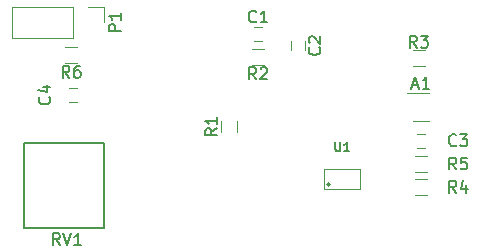
<source format=gbr>
G04 #@! TF.FileFunction,Legend,Top*
%FSLAX46Y46*%
G04 Gerber Fmt 4.6, Leading zero omitted, Abs format (unit mm)*
G04 Created by KiCad (PCBNEW 4.0.7) date 06/03/18 17:49:00*
%MOMM*%
%LPD*%
G01*
G04 APERTURE LIST*
%ADD10C,0.100000*%
%ADD11C,0.120000*%
%ADD12C,0.200000*%
%ADD13C,0.150000*%
%ADD14C,0.050000*%
G04 APERTURE END LIST*
D10*
D11*
X173801000Y-98840000D02*
X171901000Y-98840000D01*
X172401000Y-101160000D02*
X173801000Y-101160000D01*
X159671500Y-94453000D02*
X158971500Y-94453000D01*
X158971500Y-93253000D02*
X159671500Y-93253000D01*
X163287000Y-94455500D02*
X163287000Y-95155500D01*
X162087000Y-95155500D02*
X162087000Y-94455500D01*
X173451000Y-103470000D02*
X172751000Y-103470000D01*
X172751000Y-102270000D02*
X173451000Y-102270000D01*
X143987000Y-99596500D02*
X143287000Y-99596500D01*
X143287000Y-98396500D02*
X143987000Y-98396500D01*
X157525000Y-101163500D02*
X157525000Y-102163500D01*
X156165000Y-102163500D02*
X156165000Y-101163500D01*
X158821500Y-95078000D02*
X159821500Y-95078000D01*
X159821500Y-96438000D02*
X158821500Y-96438000D01*
X173410500Y-96565000D02*
X172410500Y-96565000D01*
X172410500Y-95205000D02*
X173410500Y-95205000D01*
X173601000Y-107490000D02*
X172601000Y-107490000D01*
X172601000Y-106130000D02*
X173601000Y-106130000D01*
X172601000Y-104160000D02*
X173601000Y-104160000D01*
X173601000Y-105520000D02*
X172601000Y-105520000D01*
X143010000Y-94951000D02*
X144010000Y-94951000D01*
X144010000Y-96311000D02*
X143010000Y-96311000D01*
X167963500Y-106988500D02*
X164903500Y-106988500D01*
X164903500Y-106988500D02*
X164903500Y-105228500D01*
X164903500Y-105228500D02*
X167963500Y-105228500D01*
X164903500Y-106983500D02*
X164903500Y-105233500D01*
X167963500Y-106983500D02*
X167963500Y-105233500D01*
X167963500Y-106988500D02*
X167963500Y-105228500D01*
D12*
X165383500Y-106578500D02*
G75*
G03X165383500Y-106578500I-100000J0D01*
G01*
D11*
X138497000Y-91507000D02*
X138497000Y-94167000D01*
X143637000Y-91507000D02*
X138497000Y-91507000D01*
X143637000Y-94167000D02*
X138497000Y-94167000D01*
X143637000Y-91507000D02*
X143637000Y-94167000D01*
X144907000Y-91507000D02*
X146237000Y-91507000D01*
X146237000Y-91507000D02*
X146237000Y-92837000D01*
D13*
X139475000Y-103050000D02*
X146275000Y-103050000D01*
X146275000Y-103050000D02*
X146275000Y-110240000D01*
X146275000Y-110240000D02*
X139475000Y-110240000D01*
X139475000Y-110240000D02*
X139475000Y-103050000D01*
X172386714Y-98166667D02*
X172862905Y-98166667D01*
X172291476Y-98452381D02*
X172624809Y-97452381D01*
X172958143Y-98452381D01*
X173815286Y-98452381D02*
X173243857Y-98452381D01*
X173529571Y-98452381D02*
X173529571Y-97452381D01*
X173434333Y-97595238D01*
X173339095Y-97690476D01*
X173243857Y-97738095D01*
X159154834Y-92760143D02*
X159107215Y-92807762D01*
X158964358Y-92855381D01*
X158869120Y-92855381D01*
X158726262Y-92807762D01*
X158631024Y-92712524D01*
X158583405Y-92617286D01*
X158535786Y-92426810D01*
X158535786Y-92283952D01*
X158583405Y-92093476D01*
X158631024Y-91998238D01*
X158726262Y-91903000D01*
X158869120Y-91855381D01*
X158964358Y-91855381D01*
X159107215Y-91903000D01*
X159154834Y-91950619D01*
X160107215Y-92855381D02*
X159535786Y-92855381D01*
X159821500Y-92855381D02*
X159821500Y-91855381D01*
X159726262Y-91998238D01*
X159631024Y-92093476D01*
X159535786Y-92141095D01*
X164494143Y-94972166D02*
X164541762Y-95019785D01*
X164589381Y-95162642D01*
X164589381Y-95257880D01*
X164541762Y-95400738D01*
X164446524Y-95495976D01*
X164351286Y-95543595D01*
X164160810Y-95591214D01*
X164017952Y-95591214D01*
X163827476Y-95543595D01*
X163732238Y-95495976D01*
X163637000Y-95400738D01*
X163589381Y-95257880D01*
X163589381Y-95162642D01*
X163637000Y-95019785D01*
X163684619Y-94972166D01*
X163684619Y-94591214D02*
X163637000Y-94543595D01*
X163589381Y-94448357D01*
X163589381Y-94210261D01*
X163637000Y-94115023D01*
X163684619Y-94067404D01*
X163779857Y-94019785D01*
X163875095Y-94019785D01*
X164017952Y-94067404D01*
X164589381Y-94638833D01*
X164589381Y-94019785D01*
X176084334Y-103227143D02*
X176036715Y-103274762D01*
X175893858Y-103322381D01*
X175798620Y-103322381D01*
X175655762Y-103274762D01*
X175560524Y-103179524D01*
X175512905Y-103084286D01*
X175465286Y-102893810D01*
X175465286Y-102750952D01*
X175512905Y-102560476D01*
X175560524Y-102465238D01*
X175655762Y-102370000D01*
X175798620Y-102322381D01*
X175893858Y-102322381D01*
X176036715Y-102370000D01*
X176084334Y-102417619D01*
X176417667Y-102322381D02*
X177036715Y-102322381D01*
X176703381Y-102703333D01*
X176846239Y-102703333D01*
X176941477Y-102750952D01*
X176989096Y-102798571D01*
X177036715Y-102893810D01*
X177036715Y-103131905D01*
X176989096Y-103227143D01*
X176941477Y-103274762D01*
X176846239Y-103322381D01*
X176560524Y-103322381D01*
X176465286Y-103274762D01*
X176417667Y-103227143D01*
X141644143Y-99163166D02*
X141691762Y-99210785D01*
X141739381Y-99353642D01*
X141739381Y-99448880D01*
X141691762Y-99591738D01*
X141596524Y-99686976D01*
X141501286Y-99734595D01*
X141310810Y-99782214D01*
X141167952Y-99782214D01*
X140977476Y-99734595D01*
X140882238Y-99686976D01*
X140787000Y-99591738D01*
X140739381Y-99448880D01*
X140739381Y-99353642D01*
X140787000Y-99210785D01*
X140834619Y-99163166D01*
X141072714Y-98306023D02*
X141739381Y-98306023D01*
X140691762Y-98544119D02*
X141406048Y-98782214D01*
X141406048Y-98163166D01*
X155847381Y-101830166D02*
X155371190Y-102163500D01*
X155847381Y-102401595D02*
X154847381Y-102401595D01*
X154847381Y-102020642D01*
X154895000Y-101925404D01*
X154942619Y-101877785D01*
X155037857Y-101830166D01*
X155180714Y-101830166D01*
X155275952Y-101877785D01*
X155323571Y-101925404D01*
X155371190Y-102020642D01*
X155371190Y-102401595D01*
X155847381Y-100877785D02*
X155847381Y-101449214D01*
X155847381Y-101163500D02*
X154847381Y-101163500D01*
X154990238Y-101258738D01*
X155085476Y-101353976D01*
X155133095Y-101449214D01*
X159154834Y-97660381D02*
X158821500Y-97184190D01*
X158583405Y-97660381D02*
X158583405Y-96660381D01*
X158964358Y-96660381D01*
X159059596Y-96708000D01*
X159107215Y-96755619D01*
X159154834Y-96850857D01*
X159154834Y-96993714D01*
X159107215Y-97088952D01*
X159059596Y-97136571D01*
X158964358Y-97184190D01*
X158583405Y-97184190D01*
X159535786Y-96755619D02*
X159583405Y-96708000D01*
X159678643Y-96660381D01*
X159916739Y-96660381D01*
X160011977Y-96708000D01*
X160059596Y-96755619D01*
X160107215Y-96850857D01*
X160107215Y-96946095D01*
X160059596Y-97088952D01*
X159488167Y-97660381D01*
X160107215Y-97660381D01*
X172743834Y-94987381D02*
X172410500Y-94511190D01*
X172172405Y-94987381D02*
X172172405Y-93987381D01*
X172553358Y-93987381D01*
X172648596Y-94035000D01*
X172696215Y-94082619D01*
X172743834Y-94177857D01*
X172743834Y-94320714D01*
X172696215Y-94415952D01*
X172648596Y-94463571D01*
X172553358Y-94511190D01*
X172172405Y-94511190D01*
X173077167Y-93987381D02*
X173696215Y-93987381D01*
X173362881Y-94368333D01*
X173505739Y-94368333D01*
X173600977Y-94415952D01*
X173648596Y-94463571D01*
X173696215Y-94558810D01*
X173696215Y-94796905D01*
X173648596Y-94892143D01*
X173600977Y-94939762D01*
X173505739Y-94987381D01*
X173220024Y-94987381D01*
X173124786Y-94939762D01*
X173077167Y-94892143D01*
X176084334Y-107262381D02*
X175751000Y-106786190D01*
X175512905Y-107262381D02*
X175512905Y-106262381D01*
X175893858Y-106262381D01*
X175989096Y-106310000D01*
X176036715Y-106357619D01*
X176084334Y-106452857D01*
X176084334Y-106595714D01*
X176036715Y-106690952D01*
X175989096Y-106738571D01*
X175893858Y-106786190D01*
X175512905Y-106786190D01*
X176941477Y-106595714D02*
X176941477Y-107262381D01*
X176703381Y-106214762D02*
X176465286Y-106929048D01*
X177084334Y-106929048D01*
X176084334Y-105292381D02*
X175751000Y-104816190D01*
X175512905Y-105292381D02*
X175512905Y-104292381D01*
X175893858Y-104292381D01*
X175989096Y-104340000D01*
X176036715Y-104387619D01*
X176084334Y-104482857D01*
X176084334Y-104625714D01*
X176036715Y-104720952D01*
X175989096Y-104768571D01*
X175893858Y-104816190D01*
X175512905Y-104816190D01*
X176989096Y-104292381D02*
X176512905Y-104292381D01*
X176465286Y-104768571D01*
X176512905Y-104720952D01*
X176608143Y-104673333D01*
X176846239Y-104673333D01*
X176941477Y-104720952D01*
X176989096Y-104768571D01*
X177036715Y-104863810D01*
X177036715Y-105101905D01*
X176989096Y-105197143D01*
X176941477Y-105244762D01*
X176846239Y-105292381D01*
X176608143Y-105292381D01*
X176512905Y-105244762D01*
X176465286Y-105197143D01*
X143343334Y-97533381D02*
X143010000Y-97057190D01*
X142771905Y-97533381D02*
X142771905Y-96533381D01*
X143152858Y-96533381D01*
X143248096Y-96581000D01*
X143295715Y-96628619D01*
X143343334Y-96723857D01*
X143343334Y-96866714D01*
X143295715Y-96961952D01*
X143248096Y-97009571D01*
X143152858Y-97057190D01*
X142771905Y-97057190D01*
X144200477Y-96533381D02*
X144010000Y-96533381D01*
X143914762Y-96581000D01*
X143867143Y-96628619D01*
X143771905Y-96771476D01*
X143724286Y-96961952D01*
X143724286Y-97342905D01*
X143771905Y-97438143D01*
X143819524Y-97485762D01*
X143914762Y-97533381D01*
X144105239Y-97533381D01*
X144200477Y-97485762D01*
X144248096Y-97438143D01*
X144295715Y-97342905D01*
X144295715Y-97104810D01*
X144248096Y-97009571D01*
X144200477Y-96961952D01*
X144105239Y-96914333D01*
X143914762Y-96914333D01*
X143819524Y-96961952D01*
X143771905Y-97009571D01*
X143724286Y-97104810D01*
X165862071Y-102997786D02*
X165862071Y-103604929D01*
X165897786Y-103676357D01*
X165933500Y-103712071D01*
X166004929Y-103747786D01*
X166147786Y-103747786D01*
X166219214Y-103712071D01*
X166254929Y-103676357D01*
X166290643Y-103604929D01*
X166290643Y-102997786D01*
X167040643Y-103747786D02*
X166612071Y-103747786D01*
X166826357Y-103747786D02*
X166826357Y-102997786D01*
X166754928Y-103104929D01*
X166683500Y-103176357D01*
X166612071Y-103212071D01*
D14*
D13*
X147689381Y-93575095D02*
X146689381Y-93575095D01*
X146689381Y-93194142D01*
X146737000Y-93098904D01*
X146784619Y-93051285D01*
X146879857Y-93003666D01*
X147022714Y-93003666D01*
X147117952Y-93051285D01*
X147165571Y-93098904D01*
X147213190Y-93194142D01*
X147213190Y-93575095D01*
X147689381Y-92051285D02*
X147689381Y-92622714D01*
X147689381Y-92337000D02*
X146689381Y-92337000D01*
X146832238Y-92432238D01*
X146927476Y-92527476D01*
X146975095Y-92622714D01*
X142533762Y-111704381D02*
X142200428Y-111228190D01*
X141962333Y-111704381D02*
X141962333Y-110704381D01*
X142343286Y-110704381D01*
X142438524Y-110752000D01*
X142486143Y-110799619D01*
X142533762Y-110894857D01*
X142533762Y-111037714D01*
X142486143Y-111132952D01*
X142438524Y-111180571D01*
X142343286Y-111228190D01*
X141962333Y-111228190D01*
X142819476Y-110704381D02*
X143152809Y-111704381D01*
X143486143Y-110704381D01*
X144343286Y-111704381D02*
X143771857Y-111704381D01*
X144057571Y-111704381D02*
X144057571Y-110704381D01*
X143962333Y-110847238D01*
X143867095Y-110942476D01*
X143771857Y-110990095D01*
M02*

</source>
